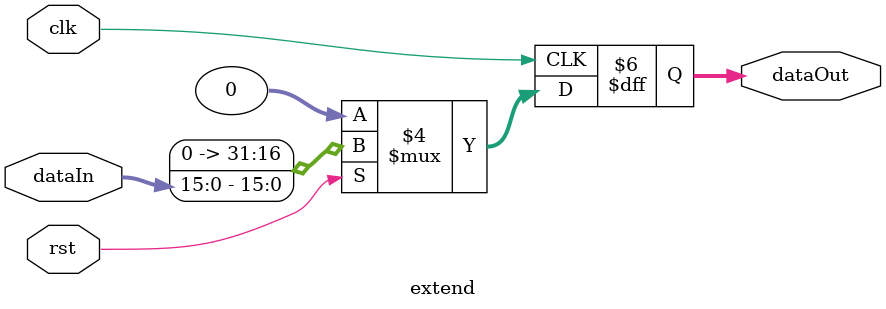
<source format=v>
module extend(
	input clk,
	input rst,
	input[15:0] dataIn,
	output reg[31:0] dataOut
);

always @ (posedge clk) begin
	if(~rst)
		dataOut <= 0;
	else
		dataOut <= {16'd0, dataIn};
end

endmodule
</source>
